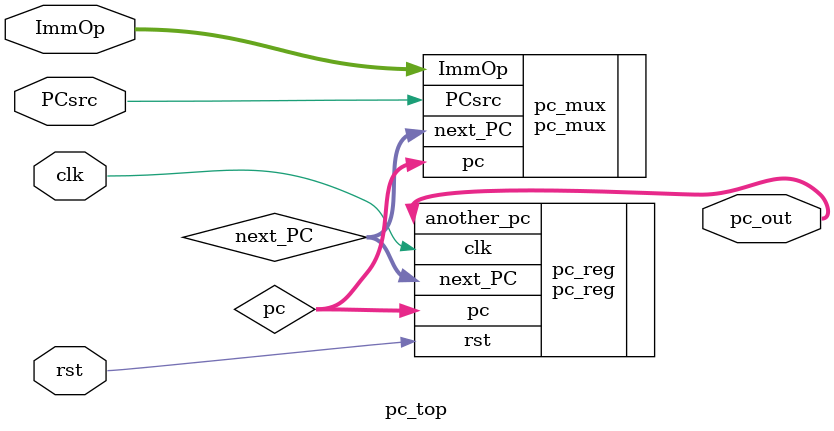
<source format=sv>
module pc_top #(
    parameter   WIDTH = 8
)(
    // interface signals
    input   logic                       clk,        // clock
    input   logic                       rst,        // reset        
    input   logic [WIDTH-1:0]           ImmOp,     
    input   logic                       PCsrc,
    output  logic [WIDTH-1:0]           pc_out
);

logic [WIDTH-1:0]   next_PC, pc;    // interconnect wire

pc_mux pc_mux(
    //.clk (clk),
    .PCsrc (PCsrc),
    .ImmOp (ImmOp),
    .next_PC (next_PC),
    .pc (pc)
);

pc_reg pc_reg(
    .clk (clk),
    .rst (rst),
    .next_PC (next_PC),
    .pc (pc),
    .another_pc(pc_out)
);

endmodule

</source>
